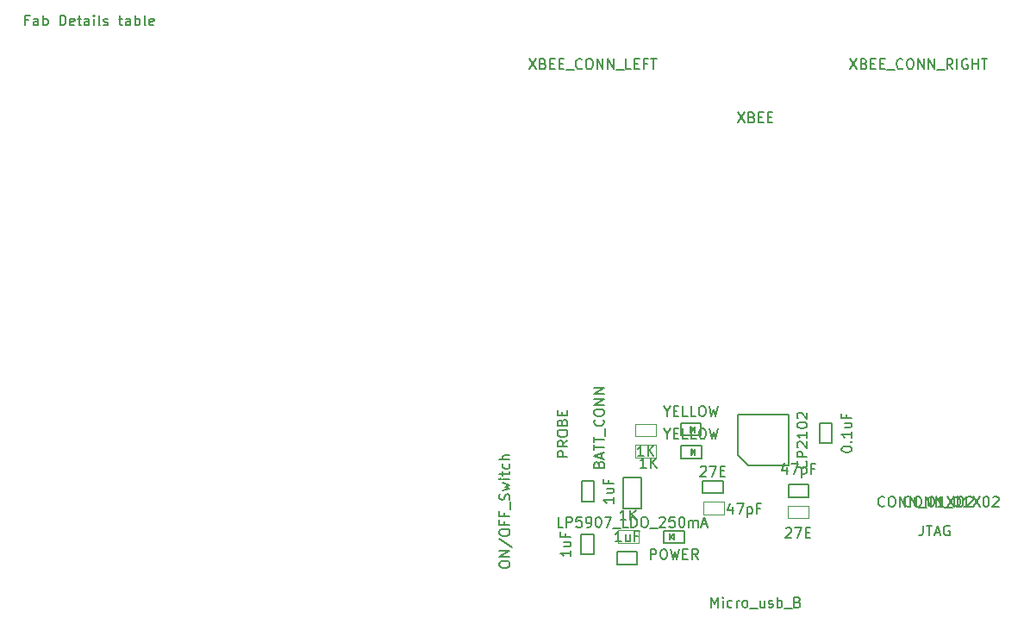
<source format=gbr>
G04 #@! TF.FileFunction,Other,Fab,Top*
%FSLAX46Y46*%
G04 Gerber Fmt 4.6, Leading zero omitted, Abs format (unit mm)*
G04 Created by KiCad (PCBNEW 4.0.4-stable) date 01/27/17 12:31:46*
%MOMM*%
%LPD*%
G01*
G04 APERTURE LIST*
%ADD10C,0.100000*%
%ADD11C,0.150000*%
G04 APERTURE END LIST*
D10*
D11*
X137800000Y-112450000D02*
X136000000Y-112450000D01*
X136000000Y-112450000D02*
X136000000Y-115550000D01*
X137800000Y-115550000D02*
X136000000Y-115550000D01*
X137800000Y-112450000D02*
X137800000Y-115550000D01*
X137400000Y-119775000D02*
X137400000Y-121025000D01*
X135400000Y-119775000D02*
X137400000Y-119775000D01*
X135400000Y-121025000D02*
X135400000Y-119775000D01*
X137400000Y-121025000D02*
X135400000Y-121025000D01*
X131885000Y-118050000D02*
X133135000Y-118050000D01*
X131885000Y-120050000D02*
X131885000Y-118050000D01*
X133135000Y-120050000D02*
X131885000Y-120050000D01*
X133135000Y-118050000D02*
X133135000Y-120050000D01*
X156525000Y-109100000D02*
X155275000Y-109100000D01*
X156525000Y-107100000D02*
X156525000Y-109100000D01*
X155275000Y-107100000D02*
X156525000Y-107100000D01*
X155275000Y-109100000D02*
X155275000Y-107100000D01*
X133155000Y-114830000D02*
X131905000Y-114830000D01*
X133155000Y-112830000D02*
X133155000Y-114830000D01*
X131905000Y-112830000D02*
X133155000Y-112830000D01*
X131905000Y-114830000D02*
X131905000Y-112830000D01*
X143070000Y-110270000D02*
X143070000Y-109670000D01*
X142970000Y-109970000D02*
X142670000Y-110270000D01*
X142670000Y-109670000D02*
X142970000Y-109970000D01*
X142670000Y-110270000D02*
X142670000Y-109670000D01*
X141670000Y-110570000D02*
X143670000Y-110570000D01*
X141670000Y-109370000D02*
X141670000Y-110570000D01*
X143670000Y-109370000D02*
X141670000Y-109370000D01*
X143670000Y-110570000D02*
X143670000Y-109370000D01*
X143050000Y-108060000D02*
X143050000Y-107460000D01*
X142950000Y-107760000D02*
X142650000Y-108060000D01*
X142650000Y-107460000D02*
X142950000Y-107760000D01*
X142650000Y-108060000D02*
X142650000Y-107460000D01*
X141650000Y-108360000D02*
X143650000Y-108360000D01*
X141650000Y-107160000D02*
X141650000Y-108360000D01*
X143650000Y-107160000D02*
X141650000Y-107160000D01*
X143650000Y-108360000D02*
X143650000Y-107160000D01*
X140600000Y-118000000D02*
X140600000Y-118600000D01*
X140700000Y-118300000D02*
X141000000Y-118000000D01*
X141000000Y-118600000D02*
X140700000Y-118300000D01*
X141000000Y-118000000D02*
X141000000Y-118600000D01*
X142000000Y-117700000D02*
X140000000Y-117700000D01*
X142000000Y-118900000D02*
X142000000Y-117700000D01*
X140000000Y-118900000D02*
X142000000Y-118900000D01*
X140000000Y-117700000D02*
X140000000Y-118900000D01*
D10*
X137202329Y-110542869D02*
X137202329Y-109292869D01*
X139202329Y-110542869D02*
X137202329Y-110542869D01*
X139202329Y-109292869D02*
X139202329Y-110542869D01*
X137202329Y-109292869D02*
X139202329Y-109292869D01*
X137212329Y-108432869D02*
X137212329Y-107182869D01*
X139212329Y-108432869D02*
X137212329Y-108432869D01*
X139212329Y-107182869D02*
X139212329Y-108432869D01*
X137212329Y-107182869D02*
X139212329Y-107182869D01*
X137500000Y-117675000D02*
X137500000Y-118925000D01*
X135500000Y-117675000D02*
X137500000Y-117675000D01*
X135500000Y-118925000D02*
X135500000Y-117675000D01*
X137500000Y-118925000D02*
X135500000Y-118925000D01*
D11*
X154230000Y-113145000D02*
X154230000Y-114395000D01*
X152230000Y-113145000D02*
X154230000Y-113145000D01*
X152230000Y-114395000D02*
X152230000Y-113145000D01*
X154230000Y-114395000D02*
X152230000Y-114395000D01*
X143813432Y-114035654D02*
X143813432Y-112785654D01*
X145813432Y-114035654D02*
X143813432Y-114035654D01*
X145813432Y-112785654D02*
X145813432Y-114035654D01*
X143813432Y-112785654D02*
X145813432Y-112785654D01*
D10*
X152180000Y-116475000D02*
X152180000Y-115225000D01*
X154180000Y-116475000D02*
X152180000Y-116475000D01*
X154180000Y-115225000D02*
X154180000Y-116475000D01*
X152180000Y-115225000D02*
X154180000Y-115225000D01*
X145893432Y-114875654D02*
X145893432Y-116125654D01*
X143893432Y-114875654D02*
X145893432Y-114875654D01*
X143893432Y-116125654D02*
X143893432Y-114875654D01*
X145893432Y-116125654D02*
X143893432Y-116125654D01*
D11*
X147240000Y-110310000D02*
X147240000Y-106310000D01*
X147240000Y-106310000D02*
X152240000Y-106310000D01*
X152240000Y-106310000D02*
X152240000Y-111310000D01*
X152240000Y-111310000D02*
X148240000Y-111310000D01*
X148240000Y-111310000D02*
X147240000Y-110310000D01*
X123852381Y-121099524D02*
X123852381Y-120909047D01*
X123900000Y-120813809D01*
X123995238Y-120718571D01*
X124185714Y-120670952D01*
X124519048Y-120670952D01*
X124709524Y-120718571D01*
X124804762Y-120813809D01*
X124852381Y-120909047D01*
X124852381Y-121099524D01*
X124804762Y-121194762D01*
X124709524Y-121290000D01*
X124519048Y-121337619D01*
X124185714Y-121337619D01*
X123995238Y-121290000D01*
X123900000Y-121194762D01*
X123852381Y-121099524D01*
X124852381Y-120242381D02*
X123852381Y-120242381D01*
X124852381Y-119670952D01*
X123852381Y-119670952D01*
X123804762Y-118480476D02*
X125090476Y-119337619D01*
X123852381Y-117956667D02*
X123852381Y-117766190D01*
X123900000Y-117670952D01*
X123995238Y-117575714D01*
X124185714Y-117528095D01*
X124519048Y-117528095D01*
X124709524Y-117575714D01*
X124804762Y-117670952D01*
X124852381Y-117766190D01*
X124852381Y-117956667D01*
X124804762Y-118051905D01*
X124709524Y-118147143D01*
X124519048Y-118194762D01*
X124185714Y-118194762D01*
X123995238Y-118147143D01*
X123900000Y-118051905D01*
X123852381Y-117956667D01*
X124328571Y-116766190D02*
X124328571Y-117099524D01*
X124852381Y-117099524D02*
X123852381Y-117099524D01*
X123852381Y-116623333D01*
X124328571Y-115909047D02*
X124328571Y-116242381D01*
X124852381Y-116242381D02*
X123852381Y-116242381D01*
X123852381Y-115766190D01*
X124947619Y-115623333D02*
X124947619Y-114861428D01*
X124804762Y-114670952D02*
X124852381Y-114528095D01*
X124852381Y-114289999D01*
X124804762Y-114194761D01*
X124757143Y-114147142D01*
X124661905Y-114099523D01*
X124566667Y-114099523D01*
X124471429Y-114147142D01*
X124423810Y-114194761D01*
X124376190Y-114289999D01*
X124328571Y-114480476D01*
X124280952Y-114575714D01*
X124233333Y-114623333D01*
X124138095Y-114670952D01*
X124042857Y-114670952D01*
X123947619Y-114623333D01*
X123900000Y-114575714D01*
X123852381Y-114480476D01*
X123852381Y-114242380D01*
X123900000Y-114099523D01*
X124185714Y-113766190D02*
X124852381Y-113575714D01*
X124376190Y-113385237D01*
X124852381Y-113194761D01*
X124185714Y-113004285D01*
X124852381Y-112623333D02*
X124185714Y-112623333D01*
X123852381Y-112623333D02*
X123900000Y-112670952D01*
X123947619Y-112623333D01*
X123900000Y-112575714D01*
X123852381Y-112623333D01*
X123947619Y-112623333D01*
X124185714Y-112290000D02*
X124185714Y-111909048D01*
X123852381Y-112147143D02*
X124709524Y-112147143D01*
X124804762Y-112099524D01*
X124852381Y-112004286D01*
X124852381Y-111909048D01*
X124804762Y-111147142D02*
X124852381Y-111242380D01*
X124852381Y-111432857D01*
X124804762Y-111528095D01*
X124757143Y-111575714D01*
X124661905Y-111623333D01*
X124376190Y-111623333D01*
X124280952Y-111575714D01*
X124233333Y-111528095D01*
X124185714Y-111432857D01*
X124185714Y-111242380D01*
X124233333Y-111147142D01*
X124852381Y-110718571D02*
X123852381Y-110718571D01*
X124852381Y-110289999D02*
X124328571Y-110289999D01*
X124233333Y-110337618D01*
X124185714Y-110432856D01*
X124185714Y-110575714D01*
X124233333Y-110670952D01*
X124280952Y-110718571D01*
X130090476Y-117352381D02*
X129614285Y-117352381D01*
X129614285Y-116352381D01*
X130423809Y-117352381D02*
X130423809Y-116352381D01*
X130804762Y-116352381D01*
X130900000Y-116400000D01*
X130947619Y-116447619D01*
X130995238Y-116542857D01*
X130995238Y-116685714D01*
X130947619Y-116780952D01*
X130900000Y-116828571D01*
X130804762Y-116876190D01*
X130423809Y-116876190D01*
X131900000Y-116352381D02*
X131423809Y-116352381D01*
X131376190Y-116828571D01*
X131423809Y-116780952D01*
X131519047Y-116733333D01*
X131757143Y-116733333D01*
X131852381Y-116780952D01*
X131900000Y-116828571D01*
X131947619Y-116923810D01*
X131947619Y-117161905D01*
X131900000Y-117257143D01*
X131852381Y-117304762D01*
X131757143Y-117352381D01*
X131519047Y-117352381D01*
X131423809Y-117304762D01*
X131376190Y-117257143D01*
X132423809Y-117352381D02*
X132614285Y-117352381D01*
X132709524Y-117304762D01*
X132757143Y-117257143D01*
X132852381Y-117114286D01*
X132900000Y-116923810D01*
X132900000Y-116542857D01*
X132852381Y-116447619D01*
X132804762Y-116400000D01*
X132709524Y-116352381D01*
X132519047Y-116352381D01*
X132423809Y-116400000D01*
X132376190Y-116447619D01*
X132328571Y-116542857D01*
X132328571Y-116780952D01*
X132376190Y-116876190D01*
X132423809Y-116923810D01*
X132519047Y-116971429D01*
X132709524Y-116971429D01*
X132804762Y-116923810D01*
X132852381Y-116876190D01*
X132900000Y-116780952D01*
X133519047Y-116352381D02*
X133614286Y-116352381D01*
X133709524Y-116400000D01*
X133757143Y-116447619D01*
X133804762Y-116542857D01*
X133852381Y-116733333D01*
X133852381Y-116971429D01*
X133804762Y-117161905D01*
X133757143Y-117257143D01*
X133709524Y-117304762D01*
X133614286Y-117352381D01*
X133519047Y-117352381D01*
X133423809Y-117304762D01*
X133376190Y-117257143D01*
X133328571Y-117161905D01*
X133280952Y-116971429D01*
X133280952Y-116733333D01*
X133328571Y-116542857D01*
X133376190Y-116447619D01*
X133423809Y-116400000D01*
X133519047Y-116352381D01*
X134185714Y-116352381D02*
X134852381Y-116352381D01*
X134423809Y-117352381D01*
X134995238Y-117447619D02*
X135757143Y-117447619D01*
X136471429Y-117352381D02*
X135995238Y-117352381D01*
X135995238Y-116352381D01*
X136804762Y-117352381D02*
X136804762Y-116352381D01*
X137042857Y-116352381D01*
X137185715Y-116400000D01*
X137280953Y-116495238D01*
X137328572Y-116590476D01*
X137376191Y-116780952D01*
X137376191Y-116923810D01*
X137328572Y-117114286D01*
X137280953Y-117209524D01*
X137185715Y-117304762D01*
X137042857Y-117352381D01*
X136804762Y-117352381D01*
X137995238Y-116352381D02*
X138185715Y-116352381D01*
X138280953Y-116400000D01*
X138376191Y-116495238D01*
X138423810Y-116685714D01*
X138423810Y-117019048D01*
X138376191Y-117209524D01*
X138280953Y-117304762D01*
X138185715Y-117352381D01*
X137995238Y-117352381D01*
X137900000Y-117304762D01*
X137804762Y-117209524D01*
X137757143Y-117019048D01*
X137757143Y-116685714D01*
X137804762Y-116495238D01*
X137900000Y-116400000D01*
X137995238Y-116352381D01*
X138614286Y-117447619D02*
X139376191Y-117447619D01*
X139566667Y-116447619D02*
X139614286Y-116400000D01*
X139709524Y-116352381D01*
X139947620Y-116352381D01*
X140042858Y-116400000D01*
X140090477Y-116447619D01*
X140138096Y-116542857D01*
X140138096Y-116638095D01*
X140090477Y-116780952D01*
X139519048Y-117352381D01*
X140138096Y-117352381D01*
X141042858Y-116352381D02*
X140566667Y-116352381D01*
X140519048Y-116828571D01*
X140566667Y-116780952D01*
X140661905Y-116733333D01*
X140900001Y-116733333D01*
X140995239Y-116780952D01*
X141042858Y-116828571D01*
X141090477Y-116923810D01*
X141090477Y-117161905D01*
X141042858Y-117257143D01*
X140995239Y-117304762D01*
X140900001Y-117352381D01*
X140661905Y-117352381D01*
X140566667Y-117304762D01*
X140519048Y-117257143D01*
X141709524Y-116352381D02*
X141804763Y-116352381D01*
X141900001Y-116400000D01*
X141947620Y-116447619D01*
X141995239Y-116542857D01*
X142042858Y-116733333D01*
X142042858Y-116971429D01*
X141995239Y-117161905D01*
X141947620Y-117257143D01*
X141900001Y-117304762D01*
X141804763Y-117352381D01*
X141709524Y-117352381D01*
X141614286Y-117304762D01*
X141566667Y-117257143D01*
X141519048Y-117161905D01*
X141471429Y-116971429D01*
X141471429Y-116733333D01*
X141519048Y-116542857D01*
X141566667Y-116447619D01*
X141614286Y-116400000D01*
X141709524Y-116352381D01*
X142471429Y-117352381D02*
X142471429Y-116685714D01*
X142471429Y-116780952D02*
X142519048Y-116733333D01*
X142614286Y-116685714D01*
X142757144Y-116685714D01*
X142852382Y-116733333D01*
X142900001Y-116828571D01*
X142900001Y-117352381D01*
X142900001Y-116828571D02*
X142947620Y-116733333D01*
X143042858Y-116685714D01*
X143185715Y-116685714D01*
X143280953Y-116733333D01*
X143328572Y-116828571D01*
X143328572Y-117352381D01*
X143757143Y-117066667D02*
X144233334Y-117066667D01*
X143661905Y-117352381D02*
X143995238Y-116352381D01*
X144328572Y-117352381D01*
X135804762Y-118752381D02*
X135233333Y-118752381D01*
X135519047Y-118752381D02*
X135519047Y-117752381D01*
X135423809Y-117895238D01*
X135328571Y-117990476D01*
X135233333Y-118038095D01*
X136661905Y-118085714D02*
X136661905Y-118752381D01*
X136233333Y-118085714D02*
X136233333Y-118609524D01*
X136280952Y-118704762D01*
X136376190Y-118752381D01*
X136519048Y-118752381D01*
X136614286Y-118704762D01*
X136661905Y-118657143D01*
X137471429Y-118228571D02*
X137138095Y-118228571D01*
X137138095Y-118752381D02*
X137138095Y-117752381D01*
X137614286Y-117752381D01*
X147261905Y-76612381D02*
X147928572Y-77612381D01*
X147928572Y-76612381D02*
X147261905Y-77612381D01*
X148642858Y-77088571D02*
X148785715Y-77136190D01*
X148833334Y-77183810D01*
X148880953Y-77279048D01*
X148880953Y-77421905D01*
X148833334Y-77517143D01*
X148785715Y-77564762D01*
X148690477Y-77612381D01*
X148309524Y-77612381D01*
X148309524Y-76612381D01*
X148642858Y-76612381D01*
X148738096Y-76660000D01*
X148785715Y-76707619D01*
X148833334Y-76802857D01*
X148833334Y-76898095D01*
X148785715Y-76993333D01*
X148738096Y-77040952D01*
X148642858Y-77088571D01*
X148309524Y-77088571D01*
X149309524Y-77088571D02*
X149642858Y-77088571D01*
X149785715Y-77612381D02*
X149309524Y-77612381D01*
X149309524Y-76612381D01*
X149785715Y-76612381D01*
X150214286Y-77088571D02*
X150547620Y-77088571D01*
X150690477Y-77612381D02*
X150214286Y-77612381D01*
X150214286Y-76612381D01*
X150690477Y-76612381D01*
X130862381Y-119645238D02*
X130862381Y-120216667D01*
X130862381Y-119930953D02*
X129862381Y-119930953D01*
X130005238Y-120026191D01*
X130100476Y-120121429D01*
X130148095Y-120216667D01*
X130195714Y-118788095D02*
X130862381Y-118788095D01*
X130195714Y-119216667D02*
X130719524Y-119216667D01*
X130814762Y-119169048D01*
X130862381Y-119073810D01*
X130862381Y-118930952D01*
X130814762Y-118835714D01*
X130767143Y-118788095D01*
X130338571Y-117978571D02*
X130338571Y-118311905D01*
X130862381Y-118311905D02*
X129862381Y-118311905D01*
X129862381Y-117835714D01*
X144666666Y-125234921D02*
X144666666Y-124234921D01*
X145000000Y-124949207D01*
X145333333Y-124234921D01*
X145333333Y-125234921D01*
X145809523Y-125234921D02*
X145809523Y-124568254D01*
X145809523Y-124234921D02*
X145761904Y-124282540D01*
X145809523Y-124330159D01*
X145857142Y-124282540D01*
X145809523Y-124234921D01*
X145809523Y-124330159D01*
X146714285Y-125187302D02*
X146619047Y-125234921D01*
X146428570Y-125234921D01*
X146333332Y-125187302D01*
X146285713Y-125139683D01*
X146238094Y-125044445D01*
X146238094Y-124758730D01*
X146285713Y-124663492D01*
X146333332Y-124615873D01*
X146428570Y-124568254D01*
X146619047Y-124568254D01*
X146714285Y-124615873D01*
X147142856Y-125234921D02*
X147142856Y-124568254D01*
X147142856Y-124758730D02*
X147190475Y-124663492D01*
X147238094Y-124615873D01*
X147333332Y-124568254D01*
X147428571Y-124568254D01*
X147904761Y-125234921D02*
X147809523Y-125187302D01*
X147761904Y-125139683D01*
X147714285Y-125044445D01*
X147714285Y-124758730D01*
X147761904Y-124663492D01*
X147809523Y-124615873D01*
X147904761Y-124568254D01*
X148047619Y-124568254D01*
X148142857Y-124615873D01*
X148190476Y-124663492D01*
X148238095Y-124758730D01*
X148238095Y-125044445D01*
X148190476Y-125139683D01*
X148142857Y-125187302D01*
X148047619Y-125234921D01*
X147904761Y-125234921D01*
X148428571Y-125330159D02*
X149190476Y-125330159D01*
X149857143Y-124568254D02*
X149857143Y-125234921D01*
X149428571Y-124568254D02*
X149428571Y-125092064D01*
X149476190Y-125187302D01*
X149571428Y-125234921D01*
X149714286Y-125234921D01*
X149809524Y-125187302D01*
X149857143Y-125139683D01*
X150285714Y-125187302D02*
X150380952Y-125234921D01*
X150571428Y-125234921D01*
X150666667Y-125187302D01*
X150714286Y-125092064D01*
X150714286Y-125044445D01*
X150666667Y-124949207D01*
X150571428Y-124901588D01*
X150428571Y-124901588D01*
X150333333Y-124853969D01*
X150285714Y-124758730D01*
X150285714Y-124711111D01*
X150333333Y-124615873D01*
X150428571Y-124568254D01*
X150571428Y-124568254D01*
X150666667Y-124615873D01*
X151142857Y-125234921D02*
X151142857Y-124234921D01*
X151142857Y-124615873D02*
X151238095Y-124568254D01*
X151428572Y-124568254D01*
X151523810Y-124615873D01*
X151571429Y-124663492D01*
X151619048Y-124758730D01*
X151619048Y-125044445D01*
X151571429Y-125139683D01*
X151523810Y-125187302D01*
X151428572Y-125234921D01*
X151238095Y-125234921D01*
X151142857Y-125187302D01*
X151809524Y-125330159D02*
X152571429Y-125330159D01*
X153142858Y-124711111D02*
X153285715Y-124758730D01*
X153333334Y-124806350D01*
X153380953Y-124901588D01*
X153380953Y-125044445D01*
X153333334Y-125139683D01*
X153285715Y-125187302D01*
X153190477Y-125234921D01*
X152809524Y-125234921D01*
X152809524Y-124234921D01*
X153142858Y-124234921D01*
X153238096Y-124282540D01*
X153285715Y-124330159D01*
X153333334Y-124425397D01*
X153333334Y-124520635D01*
X153285715Y-124615873D01*
X153238096Y-124663492D01*
X153142858Y-124711111D01*
X152809524Y-124711111D01*
X157452381Y-109742857D02*
X157452381Y-109647618D01*
X157500000Y-109552380D01*
X157547619Y-109504761D01*
X157642857Y-109457142D01*
X157833333Y-109409523D01*
X158071429Y-109409523D01*
X158261905Y-109457142D01*
X158357143Y-109504761D01*
X158404762Y-109552380D01*
X158452381Y-109647618D01*
X158452381Y-109742857D01*
X158404762Y-109838095D01*
X158357143Y-109885714D01*
X158261905Y-109933333D01*
X158071429Y-109980952D01*
X157833333Y-109980952D01*
X157642857Y-109933333D01*
X157547619Y-109885714D01*
X157500000Y-109838095D01*
X157452381Y-109742857D01*
X158357143Y-108980952D02*
X158404762Y-108933333D01*
X158452381Y-108980952D01*
X158404762Y-109028571D01*
X158357143Y-108980952D01*
X158452381Y-108980952D01*
X158452381Y-107980952D02*
X158452381Y-108552381D01*
X158452381Y-108266667D02*
X157452381Y-108266667D01*
X157595238Y-108361905D01*
X157690476Y-108457143D01*
X157738095Y-108552381D01*
X157785714Y-107123809D02*
X158452381Y-107123809D01*
X157785714Y-107552381D02*
X158309524Y-107552381D01*
X158404762Y-107504762D01*
X158452381Y-107409524D01*
X158452381Y-107266666D01*
X158404762Y-107171428D01*
X158357143Y-107123809D01*
X157928571Y-106314285D02*
X157928571Y-106647619D01*
X158452381Y-106647619D02*
X157452381Y-106647619D01*
X157452381Y-106171428D01*
X135082381Y-114425238D02*
X135082381Y-114996667D01*
X135082381Y-114710953D02*
X134082381Y-114710953D01*
X134225238Y-114806191D01*
X134320476Y-114901429D01*
X134368095Y-114996667D01*
X134415714Y-113568095D02*
X135082381Y-113568095D01*
X134415714Y-113996667D02*
X134939524Y-113996667D01*
X135034762Y-113949048D01*
X135082381Y-113853810D01*
X135082381Y-113710952D01*
X135034762Y-113615714D01*
X134987143Y-113568095D01*
X134558571Y-112758571D02*
X134558571Y-113091905D01*
X135082381Y-113091905D02*
X134082381Y-113091905D01*
X134082381Y-112615714D01*
X140312857Y-108196190D02*
X140312857Y-108672381D01*
X139979524Y-107672381D02*
X140312857Y-108196190D01*
X140646191Y-107672381D01*
X140979524Y-108148571D02*
X141312858Y-108148571D01*
X141455715Y-108672381D02*
X140979524Y-108672381D01*
X140979524Y-107672381D01*
X141455715Y-107672381D01*
X142360477Y-108672381D02*
X141884286Y-108672381D01*
X141884286Y-107672381D01*
X143170001Y-108672381D02*
X142693810Y-108672381D01*
X142693810Y-107672381D01*
X143693810Y-107672381D02*
X143884287Y-107672381D01*
X143979525Y-107720000D01*
X144074763Y-107815238D01*
X144122382Y-108005714D01*
X144122382Y-108339048D01*
X144074763Y-108529524D01*
X143979525Y-108624762D01*
X143884287Y-108672381D01*
X143693810Y-108672381D01*
X143598572Y-108624762D01*
X143503334Y-108529524D01*
X143455715Y-108339048D01*
X143455715Y-108005714D01*
X143503334Y-107815238D01*
X143598572Y-107720000D01*
X143693810Y-107672381D01*
X144455715Y-107672381D02*
X144693810Y-108672381D01*
X144884287Y-107958095D01*
X145074763Y-108672381D01*
X145312858Y-107672381D01*
X140292857Y-105986190D02*
X140292857Y-106462381D01*
X139959524Y-105462381D02*
X140292857Y-105986190D01*
X140626191Y-105462381D01*
X140959524Y-105938571D02*
X141292858Y-105938571D01*
X141435715Y-106462381D02*
X140959524Y-106462381D01*
X140959524Y-105462381D01*
X141435715Y-105462381D01*
X142340477Y-106462381D02*
X141864286Y-106462381D01*
X141864286Y-105462381D01*
X143150001Y-106462381D02*
X142673810Y-106462381D01*
X142673810Y-105462381D01*
X143673810Y-105462381D02*
X143864287Y-105462381D01*
X143959525Y-105510000D01*
X144054763Y-105605238D01*
X144102382Y-105795714D01*
X144102382Y-106129048D01*
X144054763Y-106319524D01*
X143959525Y-106414762D01*
X143864287Y-106462381D01*
X143673810Y-106462381D01*
X143578572Y-106414762D01*
X143483334Y-106319524D01*
X143435715Y-106129048D01*
X143435715Y-105795714D01*
X143483334Y-105605238D01*
X143578572Y-105510000D01*
X143673810Y-105462381D01*
X144435715Y-105462381D02*
X144673810Y-106462381D01*
X144864287Y-105748095D01*
X145054763Y-106462381D01*
X145292858Y-105462381D01*
X138690476Y-120502381D02*
X138690476Y-119502381D01*
X139071429Y-119502381D01*
X139166667Y-119550000D01*
X139214286Y-119597619D01*
X139261905Y-119692857D01*
X139261905Y-119835714D01*
X139214286Y-119930952D01*
X139166667Y-119978571D01*
X139071429Y-120026190D01*
X138690476Y-120026190D01*
X139880952Y-119502381D02*
X140071429Y-119502381D01*
X140166667Y-119550000D01*
X140261905Y-119645238D01*
X140309524Y-119835714D01*
X140309524Y-120169048D01*
X140261905Y-120359524D01*
X140166667Y-120454762D01*
X140071429Y-120502381D01*
X139880952Y-120502381D01*
X139785714Y-120454762D01*
X139690476Y-120359524D01*
X139642857Y-120169048D01*
X139642857Y-119835714D01*
X139690476Y-119645238D01*
X139785714Y-119550000D01*
X139880952Y-119502381D01*
X140642857Y-119502381D02*
X140880952Y-120502381D01*
X141071429Y-119788095D01*
X141261905Y-120502381D01*
X141500000Y-119502381D01*
X141880952Y-119978571D02*
X142214286Y-119978571D01*
X142357143Y-120502381D02*
X141880952Y-120502381D01*
X141880952Y-119502381D01*
X142357143Y-119502381D01*
X143357143Y-120502381D02*
X143023809Y-120026190D01*
X142785714Y-120502381D02*
X142785714Y-119502381D01*
X143166667Y-119502381D01*
X143261905Y-119550000D01*
X143309524Y-119597619D01*
X143357143Y-119692857D01*
X143357143Y-119835714D01*
X143309524Y-119930952D01*
X143261905Y-119978571D01*
X143166667Y-120026190D01*
X142785714Y-120026190D01*
X133608571Y-111181428D02*
X133656190Y-111038571D01*
X133703810Y-110990952D01*
X133799048Y-110943333D01*
X133941905Y-110943333D01*
X134037143Y-110990952D01*
X134084762Y-111038571D01*
X134132381Y-111133809D01*
X134132381Y-111514762D01*
X133132381Y-111514762D01*
X133132381Y-111181428D01*
X133180000Y-111086190D01*
X133227619Y-111038571D01*
X133322857Y-110990952D01*
X133418095Y-110990952D01*
X133513333Y-111038571D01*
X133560952Y-111086190D01*
X133608571Y-111181428D01*
X133608571Y-111514762D01*
X133846667Y-110562381D02*
X133846667Y-110086190D01*
X134132381Y-110657619D02*
X133132381Y-110324286D01*
X134132381Y-109990952D01*
X133132381Y-109800476D02*
X133132381Y-109229047D01*
X134132381Y-109514762D02*
X133132381Y-109514762D01*
X133132381Y-109038571D02*
X133132381Y-108467142D01*
X134132381Y-108752857D02*
X133132381Y-108752857D01*
X134227619Y-108371904D02*
X134227619Y-107609999D01*
X134037143Y-106800475D02*
X134084762Y-106848094D01*
X134132381Y-106990951D01*
X134132381Y-107086189D01*
X134084762Y-107229047D01*
X133989524Y-107324285D01*
X133894286Y-107371904D01*
X133703810Y-107419523D01*
X133560952Y-107419523D01*
X133370476Y-107371904D01*
X133275238Y-107324285D01*
X133180000Y-107229047D01*
X133132381Y-107086189D01*
X133132381Y-106990951D01*
X133180000Y-106848094D01*
X133227619Y-106800475D01*
X133132381Y-106181428D02*
X133132381Y-105990951D01*
X133180000Y-105895713D01*
X133275238Y-105800475D01*
X133465714Y-105752856D01*
X133799048Y-105752856D01*
X133989524Y-105800475D01*
X134084762Y-105895713D01*
X134132381Y-105990951D01*
X134132381Y-106181428D01*
X134084762Y-106276666D01*
X133989524Y-106371904D01*
X133799048Y-106419523D01*
X133465714Y-106419523D01*
X133275238Y-106371904D01*
X133180000Y-106276666D01*
X133132381Y-106181428D01*
X134132381Y-105324285D02*
X133132381Y-105324285D01*
X134132381Y-104752856D01*
X133132381Y-104752856D01*
X134132381Y-104276666D02*
X133132381Y-104276666D01*
X134132381Y-103705237D01*
X133132381Y-103705237D01*
X126761904Y-71352381D02*
X127428571Y-72352381D01*
X127428571Y-71352381D02*
X126761904Y-72352381D01*
X128142857Y-71828571D02*
X128285714Y-71876190D01*
X128333333Y-71923810D01*
X128380952Y-72019048D01*
X128380952Y-72161905D01*
X128333333Y-72257143D01*
X128285714Y-72304762D01*
X128190476Y-72352381D01*
X127809523Y-72352381D01*
X127809523Y-71352381D01*
X128142857Y-71352381D01*
X128238095Y-71400000D01*
X128285714Y-71447619D01*
X128333333Y-71542857D01*
X128333333Y-71638095D01*
X128285714Y-71733333D01*
X128238095Y-71780952D01*
X128142857Y-71828571D01*
X127809523Y-71828571D01*
X128809523Y-71828571D02*
X129142857Y-71828571D01*
X129285714Y-72352381D02*
X128809523Y-72352381D01*
X128809523Y-71352381D01*
X129285714Y-71352381D01*
X129714285Y-71828571D02*
X130047619Y-71828571D01*
X130190476Y-72352381D02*
X129714285Y-72352381D01*
X129714285Y-71352381D01*
X130190476Y-71352381D01*
X130380952Y-72447619D02*
X131142857Y-72447619D01*
X131952381Y-72257143D02*
X131904762Y-72304762D01*
X131761905Y-72352381D01*
X131666667Y-72352381D01*
X131523809Y-72304762D01*
X131428571Y-72209524D01*
X131380952Y-72114286D01*
X131333333Y-71923810D01*
X131333333Y-71780952D01*
X131380952Y-71590476D01*
X131428571Y-71495238D01*
X131523809Y-71400000D01*
X131666667Y-71352381D01*
X131761905Y-71352381D01*
X131904762Y-71400000D01*
X131952381Y-71447619D01*
X132571428Y-71352381D02*
X132761905Y-71352381D01*
X132857143Y-71400000D01*
X132952381Y-71495238D01*
X133000000Y-71685714D01*
X133000000Y-72019048D01*
X132952381Y-72209524D01*
X132857143Y-72304762D01*
X132761905Y-72352381D01*
X132571428Y-72352381D01*
X132476190Y-72304762D01*
X132380952Y-72209524D01*
X132333333Y-72019048D01*
X132333333Y-71685714D01*
X132380952Y-71495238D01*
X132476190Y-71400000D01*
X132571428Y-71352381D01*
X133428571Y-72352381D02*
X133428571Y-71352381D01*
X134000000Y-72352381D01*
X134000000Y-71352381D01*
X134476190Y-72352381D02*
X134476190Y-71352381D01*
X135047619Y-72352381D01*
X135047619Y-71352381D01*
X135285714Y-72447619D02*
X136047619Y-72447619D01*
X136761905Y-72352381D02*
X136285714Y-72352381D01*
X136285714Y-71352381D01*
X137095238Y-71828571D02*
X137428572Y-71828571D01*
X137571429Y-72352381D02*
X137095238Y-72352381D01*
X137095238Y-71352381D01*
X137571429Y-71352381D01*
X138333334Y-71828571D02*
X138000000Y-71828571D01*
X138000000Y-72352381D02*
X138000000Y-71352381D01*
X138476191Y-71352381D01*
X138714286Y-71352381D02*
X139285715Y-71352381D01*
X139000000Y-72352381D02*
X139000000Y-71352381D01*
X164216191Y-115257143D02*
X164168572Y-115304762D01*
X164025715Y-115352381D01*
X163930477Y-115352381D01*
X163787619Y-115304762D01*
X163692381Y-115209524D01*
X163644762Y-115114286D01*
X163597143Y-114923810D01*
X163597143Y-114780952D01*
X163644762Y-114590476D01*
X163692381Y-114495238D01*
X163787619Y-114400000D01*
X163930477Y-114352381D01*
X164025715Y-114352381D01*
X164168572Y-114400000D01*
X164216191Y-114447619D01*
X164835238Y-114352381D02*
X165025715Y-114352381D01*
X165120953Y-114400000D01*
X165216191Y-114495238D01*
X165263810Y-114685714D01*
X165263810Y-115019048D01*
X165216191Y-115209524D01*
X165120953Y-115304762D01*
X165025715Y-115352381D01*
X164835238Y-115352381D01*
X164740000Y-115304762D01*
X164644762Y-115209524D01*
X164597143Y-115019048D01*
X164597143Y-114685714D01*
X164644762Y-114495238D01*
X164740000Y-114400000D01*
X164835238Y-114352381D01*
X165692381Y-115352381D02*
X165692381Y-114352381D01*
X166263810Y-115352381D01*
X166263810Y-114352381D01*
X166740000Y-115352381D02*
X166740000Y-114352381D01*
X167311429Y-115352381D01*
X167311429Y-114352381D01*
X167549524Y-115447619D02*
X168311429Y-115447619D01*
X168740000Y-114352381D02*
X168835239Y-114352381D01*
X168930477Y-114400000D01*
X168978096Y-114447619D01*
X169025715Y-114542857D01*
X169073334Y-114733333D01*
X169073334Y-114971429D01*
X169025715Y-115161905D01*
X168978096Y-115257143D01*
X168930477Y-115304762D01*
X168835239Y-115352381D01*
X168740000Y-115352381D01*
X168644762Y-115304762D01*
X168597143Y-115257143D01*
X168549524Y-115161905D01*
X168501905Y-114971429D01*
X168501905Y-114733333D01*
X168549524Y-114542857D01*
X168597143Y-114447619D01*
X168644762Y-114400000D01*
X168740000Y-114352381D01*
X170025715Y-115352381D02*
X169454286Y-115352381D01*
X169740000Y-115352381D02*
X169740000Y-114352381D01*
X169644762Y-114495238D01*
X169549524Y-114590476D01*
X169454286Y-114638095D01*
X170359048Y-114352381D02*
X171025715Y-115352381D01*
X171025715Y-114352381D02*
X170359048Y-115352381D01*
X171597143Y-114352381D02*
X171692382Y-114352381D01*
X171787620Y-114400000D01*
X171835239Y-114447619D01*
X171882858Y-114542857D01*
X171930477Y-114733333D01*
X171930477Y-114971429D01*
X171882858Y-115161905D01*
X171835239Y-115257143D01*
X171787620Y-115304762D01*
X171692382Y-115352381D01*
X171597143Y-115352381D01*
X171501905Y-115304762D01*
X171454286Y-115257143D01*
X171406667Y-115161905D01*
X171359048Y-114971429D01*
X171359048Y-114733333D01*
X171406667Y-114542857D01*
X171454286Y-114447619D01*
X171501905Y-114400000D01*
X171597143Y-114352381D01*
X172311429Y-114447619D02*
X172359048Y-114400000D01*
X172454286Y-114352381D01*
X172692382Y-114352381D01*
X172787620Y-114400000D01*
X172835239Y-114447619D01*
X172882858Y-114542857D01*
X172882858Y-114638095D01*
X172835239Y-114780952D01*
X172263810Y-115352381D01*
X172882858Y-115352381D01*
X161676191Y-115257143D02*
X161628572Y-115304762D01*
X161485715Y-115352381D01*
X161390477Y-115352381D01*
X161247619Y-115304762D01*
X161152381Y-115209524D01*
X161104762Y-115114286D01*
X161057143Y-114923810D01*
X161057143Y-114780952D01*
X161104762Y-114590476D01*
X161152381Y-114495238D01*
X161247619Y-114400000D01*
X161390477Y-114352381D01*
X161485715Y-114352381D01*
X161628572Y-114400000D01*
X161676191Y-114447619D01*
X162295238Y-114352381D02*
X162485715Y-114352381D01*
X162580953Y-114400000D01*
X162676191Y-114495238D01*
X162723810Y-114685714D01*
X162723810Y-115019048D01*
X162676191Y-115209524D01*
X162580953Y-115304762D01*
X162485715Y-115352381D01*
X162295238Y-115352381D01*
X162200000Y-115304762D01*
X162104762Y-115209524D01*
X162057143Y-115019048D01*
X162057143Y-114685714D01*
X162104762Y-114495238D01*
X162200000Y-114400000D01*
X162295238Y-114352381D01*
X163152381Y-115352381D02*
X163152381Y-114352381D01*
X163723810Y-115352381D01*
X163723810Y-114352381D01*
X164200000Y-115352381D02*
X164200000Y-114352381D01*
X164771429Y-115352381D01*
X164771429Y-114352381D01*
X165009524Y-115447619D02*
X165771429Y-115447619D01*
X166200000Y-114352381D02*
X166295239Y-114352381D01*
X166390477Y-114400000D01*
X166438096Y-114447619D01*
X166485715Y-114542857D01*
X166533334Y-114733333D01*
X166533334Y-114971429D01*
X166485715Y-115161905D01*
X166438096Y-115257143D01*
X166390477Y-115304762D01*
X166295239Y-115352381D01*
X166200000Y-115352381D01*
X166104762Y-115304762D01*
X166057143Y-115257143D01*
X166009524Y-115161905D01*
X165961905Y-114971429D01*
X165961905Y-114733333D01*
X166009524Y-114542857D01*
X166057143Y-114447619D01*
X166104762Y-114400000D01*
X166200000Y-114352381D01*
X167485715Y-115352381D02*
X166914286Y-115352381D01*
X167200000Y-115352381D02*
X167200000Y-114352381D01*
X167104762Y-114495238D01*
X167009524Y-114590476D01*
X166914286Y-114638095D01*
X167819048Y-114352381D02*
X168485715Y-115352381D01*
X168485715Y-114352381D02*
X167819048Y-115352381D01*
X169057143Y-114352381D02*
X169152382Y-114352381D01*
X169247620Y-114400000D01*
X169295239Y-114447619D01*
X169342858Y-114542857D01*
X169390477Y-114733333D01*
X169390477Y-114971429D01*
X169342858Y-115161905D01*
X169295239Y-115257143D01*
X169247620Y-115304762D01*
X169152382Y-115352381D01*
X169057143Y-115352381D01*
X168961905Y-115304762D01*
X168914286Y-115257143D01*
X168866667Y-115161905D01*
X168819048Y-114971429D01*
X168819048Y-114733333D01*
X168866667Y-114542857D01*
X168914286Y-114447619D01*
X168961905Y-114400000D01*
X169057143Y-114352381D01*
X169771429Y-114447619D02*
X169819048Y-114400000D01*
X169914286Y-114352381D01*
X170152382Y-114352381D01*
X170247620Y-114400000D01*
X170295239Y-114447619D01*
X170342858Y-114542857D01*
X170342858Y-114638095D01*
X170295239Y-114780952D01*
X169723810Y-115352381D01*
X170342858Y-115352381D01*
X165438334Y-117187381D02*
X165438334Y-117901667D01*
X165390714Y-118044524D01*
X165295476Y-118139762D01*
X165152619Y-118187381D01*
X165057381Y-118187381D01*
X165771667Y-117187381D02*
X166343096Y-117187381D01*
X166057381Y-118187381D02*
X166057381Y-117187381D01*
X166628810Y-117901667D02*
X167105001Y-117901667D01*
X166533572Y-118187381D02*
X166866905Y-117187381D01*
X167200239Y-118187381D01*
X168057382Y-117235000D02*
X167962144Y-117187381D01*
X167819287Y-117187381D01*
X167676429Y-117235000D01*
X167581191Y-117330238D01*
X167533572Y-117425476D01*
X167485953Y-117615952D01*
X167485953Y-117758810D01*
X167533572Y-117949286D01*
X167581191Y-118044524D01*
X167676429Y-118139762D01*
X167819287Y-118187381D01*
X167914525Y-118187381D01*
X168057382Y-118139762D01*
X168105001Y-118092143D01*
X168105001Y-117758810D01*
X167914525Y-117758810D01*
X158285714Y-71352381D02*
X158952381Y-72352381D01*
X158952381Y-71352381D02*
X158285714Y-72352381D01*
X159666667Y-71828571D02*
X159809524Y-71876190D01*
X159857143Y-71923810D01*
X159904762Y-72019048D01*
X159904762Y-72161905D01*
X159857143Y-72257143D01*
X159809524Y-72304762D01*
X159714286Y-72352381D01*
X159333333Y-72352381D01*
X159333333Y-71352381D01*
X159666667Y-71352381D01*
X159761905Y-71400000D01*
X159809524Y-71447619D01*
X159857143Y-71542857D01*
X159857143Y-71638095D01*
X159809524Y-71733333D01*
X159761905Y-71780952D01*
X159666667Y-71828571D01*
X159333333Y-71828571D01*
X160333333Y-71828571D02*
X160666667Y-71828571D01*
X160809524Y-72352381D02*
X160333333Y-72352381D01*
X160333333Y-71352381D01*
X160809524Y-71352381D01*
X161238095Y-71828571D02*
X161571429Y-71828571D01*
X161714286Y-72352381D02*
X161238095Y-72352381D01*
X161238095Y-71352381D01*
X161714286Y-71352381D01*
X161904762Y-72447619D02*
X162666667Y-72447619D01*
X163476191Y-72257143D02*
X163428572Y-72304762D01*
X163285715Y-72352381D01*
X163190477Y-72352381D01*
X163047619Y-72304762D01*
X162952381Y-72209524D01*
X162904762Y-72114286D01*
X162857143Y-71923810D01*
X162857143Y-71780952D01*
X162904762Y-71590476D01*
X162952381Y-71495238D01*
X163047619Y-71400000D01*
X163190477Y-71352381D01*
X163285715Y-71352381D01*
X163428572Y-71400000D01*
X163476191Y-71447619D01*
X164095238Y-71352381D02*
X164285715Y-71352381D01*
X164380953Y-71400000D01*
X164476191Y-71495238D01*
X164523810Y-71685714D01*
X164523810Y-72019048D01*
X164476191Y-72209524D01*
X164380953Y-72304762D01*
X164285715Y-72352381D01*
X164095238Y-72352381D01*
X164000000Y-72304762D01*
X163904762Y-72209524D01*
X163857143Y-72019048D01*
X163857143Y-71685714D01*
X163904762Y-71495238D01*
X164000000Y-71400000D01*
X164095238Y-71352381D01*
X164952381Y-72352381D02*
X164952381Y-71352381D01*
X165523810Y-72352381D01*
X165523810Y-71352381D01*
X166000000Y-72352381D02*
X166000000Y-71352381D01*
X166571429Y-72352381D01*
X166571429Y-71352381D01*
X166809524Y-72447619D02*
X167571429Y-72447619D01*
X168380953Y-72352381D02*
X168047619Y-71876190D01*
X167809524Y-72352381D02*
X167809524Y-71352381D01*
X168190477Y-71352381D01*
X168285715Y-71400000D01*
X168333334Y-71447619D01*
X168380953Y-71542857D01*
X168380953Y-71685714D01*
X168333334Y-71780952D01*
X168285715Y-71828571D01*
X168190477Y-71876190D01*
X167809524Y-71876190D01*
X168809524Y-72352381D02*
X168809524Y-71352381D01*
X169809524Y-71400000D02*
X169714286Y-71352381D01*
X169571429Y-71352381D01*
X169428571Y-71400000D01*
X169333333Y-71495238D01*
X169285714Y-71590476D01*
X169238095Y-71780952D01*
X169238095Y-71923810D01*
X169285714Y-72114286D01*
X169333333Y-72209524D01*
X169428571Y-72304762D01*
X169571429Y-72352381D01*
X169666667Y-72352381D01*
X169809524Y-72304762D01*
X169857143Y-72257143D01*
X169857143Y-71923810D01*
X169666667Y-71923810D01*
X170285714Y-72352381D02*
X170285714Y-71352381D01*
X170285714Y-71828571D02*
X170857143Y-71828571D01*
X170857143Y-72352381D02*
X170857143Y-71352381D01*
X171190476Y-71352381D02*
X171761905Y-71352381D01*
X171476190Y-72352381D02*
X171476190Y-71352381D01*
X138266944Y-111516650D02*
X137695515Y-111516650D01*
X137981229Y-111516650D02*
X137981229Y-110516650D01*
X137885991Y-110659507D01*
X137790753Y-110754745D01*
X137695515Y-110802364D01*
X138695515Y-111516650D02*
X138695515Y-110516650D01*
X139266944Y-111516650D02*
X138838372Y-110945221D01*
X139266944Y-110516650D02*
X138695515Y-111088079D01*
X137998044Y-110360250D02*
X137426615Y-110360250D01*
X137712329Y-110360250D02*
X137712329Y-109360250D01*
X137617091Y-109503107D01*
X137521853Y-109598345D01*
X137426615Y-109645964D01*
X138426615Y-110360250D02*
X138426615Y-109360250D01*
X138998044Y-110360250D02*
X138569472Y-109788821D01*
X138998044Y-109360250D02*
X138426615Y-109931679D01*
X136285715Y-116652381D02*
X135714286Y-116652381D01*
X136000000Y-116652381D02*
X136000000Y-115652381D01*
X135904762Y-115795238D01*
X135809524Y-115890476D01*
X135714286Y-115938095D01*
X136714286Y-116652381D02*
X136714286Y-115652381D01*
X137285715Y-116652381D02*
X136857143Y-116080952D01*
X137285715Y-115652381D02*
X136714286Y-116223810D01*
X130538781Y-110419195D02*
X129538781Y-110419195D01*
X129538781Y-110038242D01*
X129586400Y-109943004D01*
X129634019Y-109895385D01*
X129729257Y-109847766D01*
X129872114Y-109847766D01*
X129967352Y-109895385D01*
X130014971Y-109943004D01*
X130062590Y-110038242D01*
X130062590Y-110419195D01*
X130538781Y-108847766D02*
X130062590Y-109181100D01*
X130538781Y-109419195D02*
X129538781Y-109419195D01*
X129538781Y-109038242D01*
X129586400Y-108943004D01*
X129634019Y-108895385D01*
X129729257Y-108847766D01*
X129872114Y-108847766D01*
X129967352Y-108895385D01*
X130014971Y-108943004D01*
X130062590Y-109038242D01*
X130062590Y-109419195D01*
X129538781Y-108228719D02*
X129538781Y-108038242D01*
X129586400Y-107943004D01*
X129681638Y-107847766D01*
X129872114Y-107800147D01*
X130205448Y-107800147D01*
X130395924Y-107847766D01*
X130491162Y-107943004D01*
X130538781Y-108038242D01*
X130538781Y-108228719D01*
X130491162Y-108323957D01*
X130395924Y-108419195D01*
X130205448Y-108466814D01*
X129872114Y-108466814D01*
X129681638Y-108419195D01*
X129586400Y-108323957D01*
X129538781Y-108228719D01*
X130014971Y-107038242D02*
X130062590Y-106895385D01*
X130110210Y-106847766D01*
X130205448Y-106800147D01*
X130348305Y-106800147D01*
X130443543Y-106847766D01*
X130491162Y-106895385D01*
X130538781Y-106990623D01*
X130538781Y-107371576D01*
X129538781Y-107371576D01*
X129538781Y-107038242D01*
X129586400Y-106943004D01*
X129634019Y-106895385D01*
X129729257Y-106847766D01*
X129824495Y-106847766D01*
X129919733Y-106895385D01*
X129967352Y-106943004D01*
X130014971Y-107038242D01*
X130014971Y-107371576D01*
X130014971Y-106371576D02*
X130014971Y-106038242D01*
X130538781Y-105895385D02*
X130538781Y-106371576D01*
X129538781Y-106371576D01*
X129538781Y-105895385D01*
X77593809Y-67538571D02*
X77260475Y-67538571D01*
X77260475Y-68062381D02*
X77260475Y-67062381D01*
X77736666Y-67062381D01*
X78546190Y-68062381D02*
X78546190Y-67538571D01*
X78498571Y-67443333D01*
X78403333Y-67395714D01*
X78212856Y-67395714D01*
X78117618Y-67443333D01*
X78546190Y-68014762D02*
X78450952Y-68062381D01*
X78212856Y-68062381D01*
X78117618Y-68014762D01*
X78069999Y-67919524D01*
X78069999Y-67824286D01*
X78117618Y-67729048D01*
X78212856Y-67681429D01*
X78450952Y-67681429D01*
X78546190Y-67633810D01*
X79022380Y-68062381D02*
X79022380Y-67062381D01*
X79022380Y-67443333D02*
X79117618Y-67395714D01*
X79308095Y-67395714D01*
X79403333Y-67443333D01*
X79450952Y-67490952D01*
X79498571Y-67586190D01*
X79498571Y-67871905D01*
X79450952Y-67967143D01*
X79403333Y-68014762D01*
X79308095Y-68062381D01*
X79117618Y-68062381D01*
X79022380Y-68014762D01*
X80689047Y-68062381D02*
X80689047Y-67062381D01*
X80927142Y-67062381D01*
X81070000Y-67110000D01*
X81165238Y-67205238D01*
X81212857Y-67300476D01*
X81260476Y-67490952D01*
X81260476Y-67633810D01*
X81212857Y-67824286D01*
X81165238Y-67919524D01*
X81070000Y-68014762D01*
X80927142Y-68062381D01*
X80689047Y-68062381D01*
X82070000Y-68014762D02*
X81974762Y-68062381D01*
X81784285Y-68062381D01*
X81689047Y-68014762D01*
X81641428Y-67919524D01*
X81641428Y-67538571D01*
X81689047Y-67443333D01*
X81784285Y-67395714D01*
X81974762Y-67395714D01*
X82070000Y-67443333D01*
X82117619Y-67538571D01*
X82117619Y-67633810D01*
X81641428Y-67729048D01*
X82403333Y-67395714D02*
X82784285Y-67395714D01*
X82546190Y-67062381D02*
X82546190Y-67919524D01*
X82593809Y-68014762D01*
X82689047Y-68062381D01*
X82784285Y-68062381D01*
X83546191Y-68062381D02*
X83546191Y-67538571D01*
X83498572Y-67443333D01*
X83403334Y-67395714D01*
X83212857Y-67395714D01*
X83117619Y-67443333D01*
X83546191Y-68014762D02*
X83450953Y-68062381D01*
X83212857Y-68062381D01*
X83117619Y-68014762D01*
X83070000Y-67919524D01*
X83070000Y-67824286D01*
X83117619Y-67729048D01*
X83212857Y-67681429D01*
X83450953Y-67681429D01*
X83546191Y-67633810D01*
X84022381Y-68062381D02*
X84022381Y-67395714D01*
X84022381Y-67062381D02*
X83974762Y-67110000D01*
X84022381Y-67157619D01*
X84070000Y-67110000D01*
X84022381Y-67062381D01*
X84022381Y-67157619D01*
X84641428Y-68062381D02*
X84546190Y-68014762D01*
X84498571Y-67919524D01*
X84498571Y-67062381D01*
X84974762Y-68014762D02*
X85070000Y-68062381D01*
X85260476Y-68062381D01*
X85355715Y-68014762D01*
X85403334Y-67919524D01*
X85403334Y-67871905D01*
X85355715Y-67776667D01*
X85260476Y-67729048D01*
X85117619Y-67729048D01*
X85022381Y-67681429D01*
X84974762Y-67586190D01*
X84974762Y-67538571D01*
X85022381Y-67443333D01*
X85117619Y-67395714D01*
X85260476Y-67395714D01*
X85355715Y-67443333D01*
X86450953Y-67395714D02*
X86831905Y-67395714D01*
X86593810Y-67062381D02*
X86593810Y-67919524D01*
X86641429Y-68014762D01*
X86736667Y-68062381D01*
X86831905Y-68062381D01*
X87593811Y-68062381D02*
X87593811Y-67538571D01*
X87546192Y-67443333D01*
X87450954Y-67395714D01*
X87260477Y-67395714D01*
X87165239Y-67443333D01*
X87593811Y-68014762D02*
X87498573Y-68062381D01*
X87260477Y-68062381D01*
X87165239Y-68014762D01*
X87117620Y-67919524D01*
X87117620Y-67824286D01*
X87165239Y-67729048D01*
X87260477Y-67681429D01*
X87498573Y-67681429D01*
X87593811Y-67633810D01*
X88070001Y-68062381D02*
X88070001Y-67062381D01*
X88070001Y-67443333D02*
X88165239Y-67395714D01*
X88355716Y-67395714D01*
X88450954Y-67443333D01*
X88498573Y-67490952D01*
X88546192Y-67586190D01*
X88546192Y-67871905D01*
X88498573Y-67967143D01*
X88450954Y-68014762D01*
X88355716Y-68062381D01*
X88165239Y-68062381D01*
X88070001Y-68014762D01*
X89117620Y-68062381D02*
X89022382Y-68014762D01*
X88974763Y-67919524D01*
X88974763Y-67062381D01*
X89879526Y-68014762D02*
X89784288Y-68062381D01*
X89593811Y-68062381D01*
X89498573Y-68014762D01*
X89450954Y-67919524D01*
X89450954Y-67538571D01*
X89498573Y-67443333D01*
X89593811Y-67395714D01*
X89784288Y-67395714D01*
X89879526Y-67443333D01*
X89927145Y-67538571D01*
X89927145Y-67633810D01*
X89450954Y-67729048D01*
X152063334Y-111455714D02*
X152063334Y-112122381D01*
X151825238Y-111074762D02*
X151587143Y-111789048D01*
X152206191Y-111789048D01*
X152491905Y-111122381D02*
X153158572Y-111122381D01*
X152730000Y-112122381D01*
X153539524Y-111455714D02*
X153539524Y-112455714D01*
X153539524Y-111503333D02*
X153634762Y-111455714D01*
X153825239Y-111455714D01*
X153920477Y-111503333D01*
X153968096Y-111550952D01*
X154015715Y-111646190D01*
X154015715Y-111931905D01*
X153968096Y-112027143D01*
X153920477Y-112074762D01*
X153825239Y-112122381D01*
X153634762Y-112122381D01*
X153539524Y-112074762D01*
X154777620Y-111598571D02*
X154444286Y-111598571D01*
X154444286Y-112122381D02*
X154444286Y-111122381D01*
X154920477Y-111122381D01*
X146733334Y-115385714D02*
X146733334Y-116052381D01*
X146495238Y-115004762D02*
X146257143Y-115719048D01*
X146876191Y-115719048D01*
X147161905Y-115052381D02*
X147828572Y-115052381D01*
X147400000Y-116052381D01*
X148209524Y-115385714D02*
X148209524Y-116385714D01*
X148209524Y-115433333D02*
X148304762Y-115385714D01*
X148495239Y-115385714D01*
X148590477Y-115433333D01*
X148638096Y-115480952D01*
X148685715Y-115576190D01*
X148685715Y-115861905D01*
X148638096Y-115957143D01*
X148590477Y-116004762D01*
X148495239Y-116052381D01*
X148304762Y-116052381D01*
X148209524Y-116004762D01*
X149447620Y-115528571D02*
X149114286Y-115528571D01*
X149114286Y-116052381D02*
X149114286Y-115052381D01*
X149590477Y-115052381D01*
X151965714Y-117497619D02*
X152013333Y-117450000D01*
X152108571Y-117402381D01*
X152346667Y-117402381D01*
X152441905Y-117450000D01*
X152489524Y-117497619D01*
X152537143Y-117592857D01*
X152537143Y-117688095D01*
X152489524Y-117830952D01*
X151918095Y-118402381D01*
X152537143Y-118402381D01*
X152870476Y-117402381D02*
X153537143Y-117402381D01*
X153108571Y-118402381D01*
X153918095Y-117878571D02*
X154251429Y-117878571D01*
X154394286Y-118402381D02*
X153918095Y-118402381D01*
X153918095Y-117402381D01*
X154394286Y-117402381D01*
X143585714Y-111447619D02*
X143633333Y-111400000D01*
X143728571Y-111352381D01*
X143966667Y-111352381D01*
X144061905Y-111400000D01*
X144109524Y-111447619D01*
X144157143Y-111542857D01*
X144157143Y-111638095D01*
X144109524Y-111780952D01*
X143538095Y-112352381D01*
X144157143Y-112352381D01*
X144490476Y-111352381D02*
X145157143Y-111352381D01*
X144728571Y-112352381D01*
X145538095Y-111828571D02*
X145871429Y-111828571D01*
X146014286Y-112352381D02*
X145538095Y-112352381D01*
X145538095Y-111352381D01*
X146014286Y-111352381D01*
X153972143Y-110905238D02*
X154019762Y-110952857D01*
X154067381Y-111095714D01*
X154067381Y-111190952D01*
X154019762Y-111333810D01*
X153924524Y-111429048D01*
X153829286Y-111476667D01*
X153638810Y-111524286D01*
X153495952Y-111524286D01*
X153305476Y-111476667D01*
X153210238Y-111429048D01*
X153115000Y-111333810D01*
X153067381Y-111190952D01*
X153067381Y-111095714D01*
X153115000Y-110952857D01*
X153162619Y-110905238D01*
X154067381Y-110476667D02*
X153067381Y-110476667D01*
X153067381Y-110095714D01*
X153115000Y-110000476D01*
X153162619Y-109952857D01*
X153257857Y-109905238D01*
X153400714Y-109905238D01*
X153495952Y-109952857D01*
X153543571Y-110000476D01*
X153591190Y-110095714D01*
X153591190Y-110476667D01*
X153162619Y-109524286D02*
X153115000Y-109476667D01*
X153067381Y-109381429D01*
X153067381Y-109143333D01*
X153115000Y-109048095D01*
X153162619Y-109000476D01*
X153257857Y-108952857D01*
X153353095Y-108952857D01*
X153495952Y-109000476D01*
X154067381Y-109571905D01*
X154067381Y-108952857D01*
X154067381Y-108000476D02*
X154067381Y-108571905D01*
X154067381Y-108286191D02*
X153067381Y-108286191D01*
X153210238Y-108381429D01*
X153305476Y-108476667D01*
X153353095Y-108571905D01*
X153067381Y-107381429D02*
X153067381Y-107286190D01*
X153115000Y-107190952D01*
X153162619Y-107143333D01*
X153257857Y-107095714D01*
X153448333Y-107048095D01*
X153686429Y-107048095D01*
X153876905Y-107095714D01*
X153972143Y-107143333D01*
X154019762Y-107190952D01*
X154067381Y-107286190D01*
X154067381Y-107381429D01*
X154019762Y-107476667D01*
X153972143Y-107524286D01*
X153876905Y-107571905D01*
X153686429Y-107619524D01*
X153448333Y-107619524D01*
X153257857Y-107571905D01*
X153162619Y-107524286D01*
X153115000Y-107476667D01*
X153067381Y-107381429D01*
X153162619Y-106667143D02*
X153115000Y-106619524D01*
X153067381Y-106524286D01*
X153067381Y-106286190D01*
X153115000Y-106190952D01*
X153162619Y-106143333D01*
X153257857Y-106095714D01*
X153353095Y-106095714D01*
X153495952Y-106143333D01*
X154067381Y-106714762D01*
X154067381Y-106095714D01*
M02*

</source>
